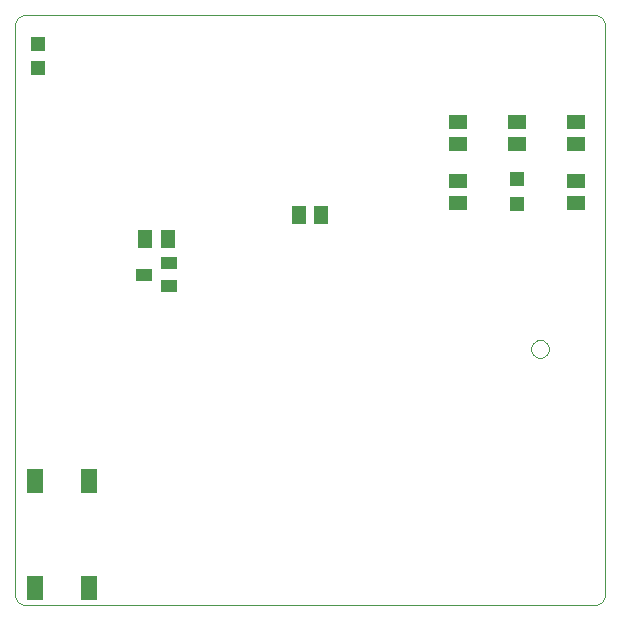
<source format=gtp>
G75*
%MOIN*%
%OFA0B0*%
%FSLAX24Y24*%
%IPPOS*%
%LPD*%
%AMOC8*
5,1,8,0,0,1.08239X$1,22.5*
%
%ADD10C,0.0000*%
%ADD11R,0.0591X0.0512*%
%ADD12R,0.0472X0.0472*%
%ADD13R,0.0512X0.0591*%
%ADD14R,0.0551X0.0827*%
%ADD15R,0.0551X0.0394*%
D10*
X003228Y003056D02*
X003228Y021954D01*
X003230Y021993D01*
X003236Y022031D01*
X003245Y022068D01*
X003258Y022105D01*
X003275Y022140D01*
X003294Y022173D01*
X003317Y022204D01*
X003343Y022233D01*
X003372Y022259D01*
X003403Y022282D01*
X003436Y022301D01*
X003471Y022318D01*
X003508Y022331D01*
X003545Y022340D01*
X003583Y022346D01*
X003622Y022348D01*
X003622Y022347D02*
X022519Y022347D01*
X022519Y022348D02*
X022558Y022346D01*
X022596Y022340D01*
X022633Y022331D01*
X022670Y022318D01*
X022705Y022301D01*
X022738Y022282D01*
X022769Y022259D01*
X022798Y022233D01*
X022824Y022204D01*
X022847Y022173D01*
X022866Y022140D01*
X022883Y022105D01*
X022896Y022068D01*
X022905Y022031D01*
X022911Y021993D01*
X022913Y021954D01*
X022913Y003056D01*
X022911Y003017D01*
X022905Y002979D01*
X022896Y002942D01*
X022883Y002905D01*
X022866Y002870D01*
X022847Y002837D01*
X022824Y002806D01*
X022798Y002777D01*
X022769Y002751D01*
X022738Y002728D01*
X022705Y002709D01*
X022670Y002692D01*
X022633Y002679D01*
X022596Y002670D01*
X022558Y002664D01*
X022519Y002662D01*
X003622Y002662D01*
X003583Y002664D01*
X003545Y002670D01*
X003508Y002679D01*
X003471Y002692D01*
X003436Y002709D01*
X003403Y002728D01*
X003372Y002751D01*
X003343Y002777D01*
X003317Y002806D01*
X003294Y002837D01*
X003275Y002870D01*
X003258Y002905D01*
X003245Y002942D01*
X003236Y002979D01*
X003230Y003017D01*
X003228Y003056D01*
X020441Y011204D02*
X020443Y011238D01*
X020449Y011272D01*
X020459Y011305D01*
X020472Y011336D01*
X020490Y011366D01*
X020510Y011394D01*
X020534Y011419D01*
X020560Y011441D01*
X020588Y011459D01*
X020619Y011475D01*
X020651Y011487D01*
X020685Y011495D01*
X020719Y011499D01*
X020753Y011499D01*
X020787Y011495D01*
X020821Y011487D01*
X020853Y011475D01*
X020883Y011459D01*
X020912Y011441D01*
X020938Y011419D01*
X020962Y011394D01*
X020982Y011366D01*
X021000Y011336D01*
X021013Y011305D01*
X021023Y011272D01*
X021029Y011238D01*
X021031Y011204D01*
X021029Y011170D01*
X021023Y011136D01*
X021013Y011103D01*
X021000Y011072D01*
X020982Y011042D01*
X020962Y011014D01*
X020938Y010989D01*
X020912Y010967D01*
X020884Y010949D01*
X020853Y010933D01*
X020821Y010921D01*
X020787Y010913D01*
X020753Y010909D01*
X020719Y010909D01*
X020685Y010913D01*
X020651Y010921D01*
X020619Y010933D01*
X020588Y010949D01*
X020560Y010967D01*
X020534Y010989D01*
X020510Y011014D01*
X020490Y011042D01*
X020472Y011072D01*
X020459Y011103D01*
X020449Y011136D01*
X020443Y011170D01*
X020441Y011204D01*
D11*
X021929Y016068D03*
X021929Y016816D03*
X021929Y018036D03*
X021929Y018784D03*
X019960Y018784D03*
X019960Y018036D03*
X017992Y018036D03*
X017992Y018784D03*
X017992Y016816D03*
X017992Y016068D03*
D12*
X019960Y016028D03*
X019960Y016855D03*
X004015Y020556D03*
X004015Y021383D03*
D13*
X007578Y014867D03*
X008326Y014867D03*
X012697Y015654D03*
X013445Y015654D03*
D14*
X005689Y006816D03*
X003917Y006816D03*
X003917Y003233D03*
X005689Y003233D03*
D15*
X008385Y013312D03*
X008385Y014060D03*
X007519Y013686D03*
M02*

</source>
